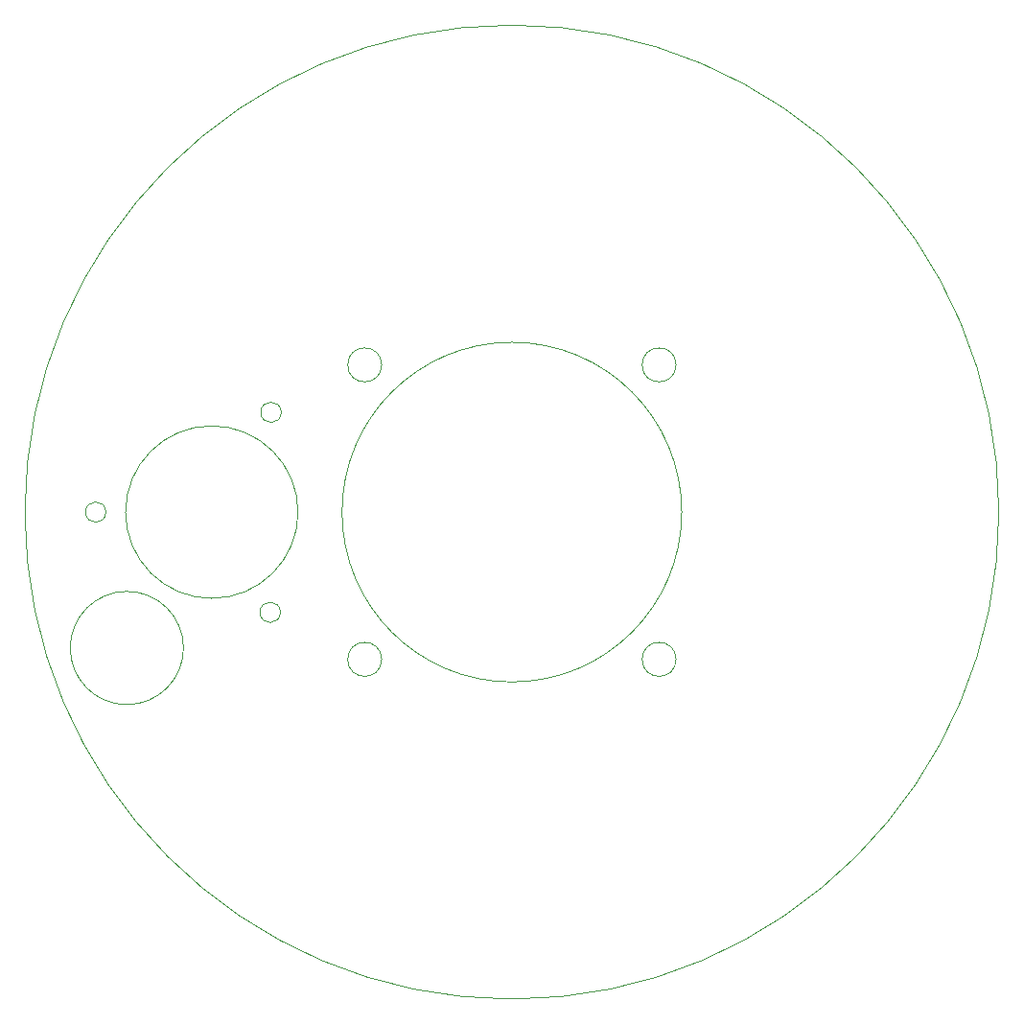
<source format=gbr>
%TF.GenerationSoftware,KiCad,Pcbnew,7.0.7-rc1*%
%TF.CreationDate,2024-04-11T15:56:59-04:00*%
%TF.ProjectId,Moving_PCB,4d6f7669-6e67-45f5-9043-422e6b696361,rev?*%
%TF.SameCoordinates,Original*%
%TF.FileFunction,Profile,NP*%
%FSLAX46Y46*%
G04 Gerber Fmt 4.6, Leading zero omitted, Abs format (unit mm)*
G04 Created by KiCad (PCBNEW 7.0.7-rc1) date 2024-04-11 15:56:59*
%MOMM*%
%LPD*%
G01*
G04 APERTURE LIST*
%TA.AperFunction,Profile*%
%ADD10C,0.100000*%
%TD*%
G04 APERTURE END LIST*
D10*
X119635539Y-81190000D02*
G75*
G03*
X119635539Y-81190000I-905539J0D01*
G01*
X128500000Y-77000000D02*
G75*
G03*
X128500000Y-77000000I-1500000J0D01*
G01*
X121115773Y-90000000D02*
G75*
G03*
X121115773Y-90000000I-7615773J0D01*
G01*
X154500000Y-103000000D02*
G75*
G03*
X154500000Y-103000000I-1500000J0D01*
G01*
X154500000Y-77000000D02*
G75*
G03*
X154500000Y-77000000I-1500000J0D01*
G01*
X128500000Y-103000000D02*
G75*
G03*
X128500000Y-103000000I-1500000J0D01*
G01*
X183000000Y-90000000D02*
G75*
G03*
X183000000Y-90000000I-43000000J0D01*
G01*
X104150000Y-90000000D02*
G75*
G03*
X104150000Y-90000000I-900000J0D01*
G01*
X119564489Y-98850000D02*
G75*
G03*
X119564489Y-98850000I-904489J0D01*
G01*
X111000000Y-102000000D02*
G75*
G03*
X111000000Y-102000000I-5000000J0D01*
G01*
X155000000Y-90000000D02*
G75*
G03*
X155000000Y-90000000I-15000000J0D01*
G01*
M02*

</source>
